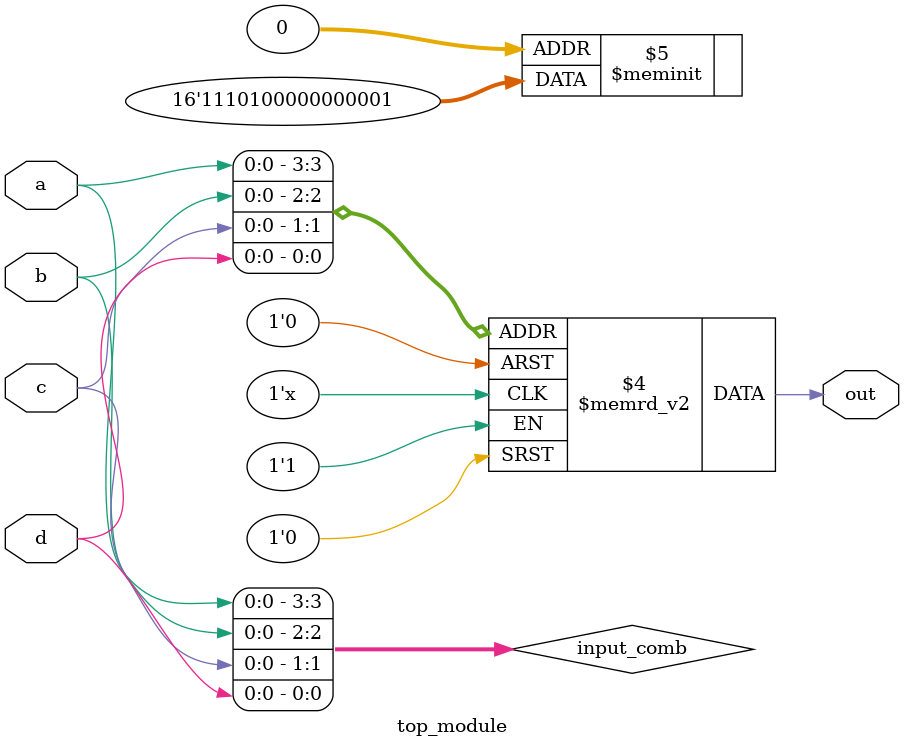
<source format=sv>
module top_module (
    input a, 
    input b,
    input c,
    input d,
    output reg out
);

// Input combination
reg [3:0] input_comb;

always @* begin
    // Combine the input bits into a 4-bit vector
    input_comb = {a, b, c, d};
    
    // Determine the output based on the input combination
    case(input_comb)
        4'b0000: out = 1'b1;
        4'b0001: out = 1'b0;
        4'b0010: out = 1'b0;
        4'b0011: out = 1'b0;
        4'b0100: out = 1'b0;
        4'b0101: out = 1'b0;
        4'b0110: out = 1'b0;
        4'b0111: out = 1'b0;
        4'b1000: out = 1'b0;
        4'b1001: out = 1'b0;
        4'b1010: out = 1'b0;
        4'b1011: out = 1'b1;
        4'b1100: out = 1'b0;
        4'b1101: out = 1'b1;
        4'b1110: out = 1'b1;
        4'b1111: out = 1'b1;
        default: out = 1'b0; // Handling undefined input combinations
    endcase
end

endmodule

</source>
